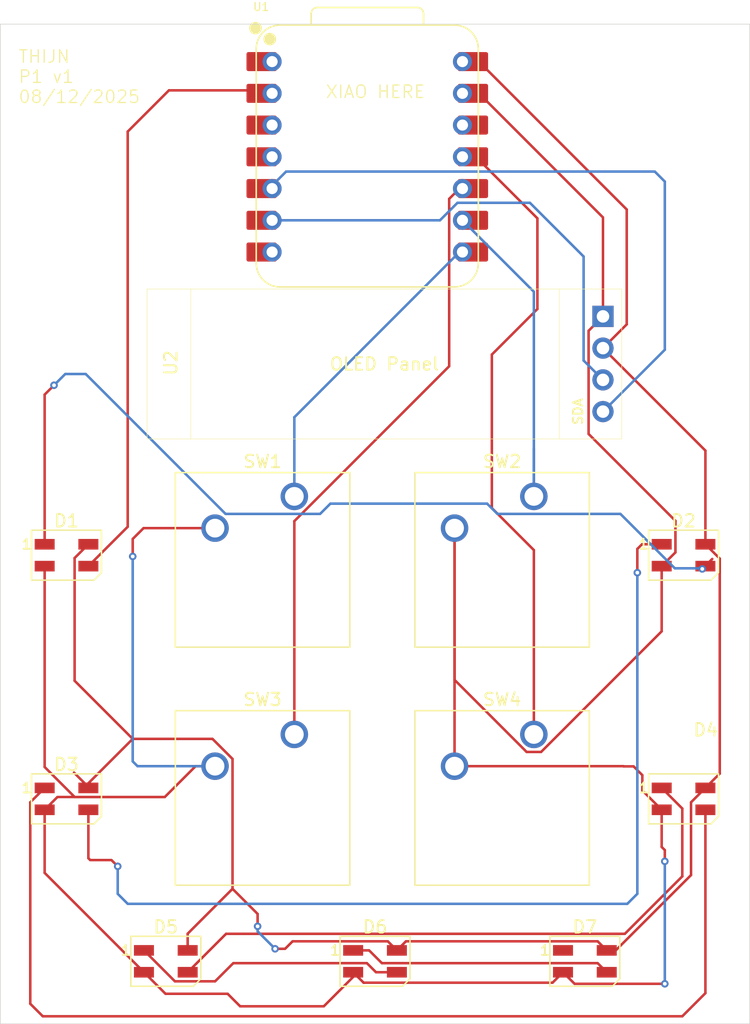
<source format=kicad_pcb>
(kicad_pcb (version 20241229) (generator "pcbnew") (generator_version "9.0")
  (layers (0 "F.Cu" signal) (2 "B.Cu" signal) (13 "F.Paste" user) (15 "B.Paste" user) (5 "F.SilkS" user "F.Silkscreen") (7 "B.SilkS" user "B.Silkscreen") (1 "F.Mask" user) (3 "B.Mask" user) (25 "Edge.Cuts" user))
  (net 0 "")
  (net 1 "GND")
  (net 2 "Net-(D1-DIN)")
  (net 3 "Net-(D1-DOUT)")
  (net 4 "+5V")
  (net 5 "Net-(D2-DOUT)")
  (net 6 "Net-(D3-DOUT)")
  (net 7 "Net-(D4-DOUT)")
  (net 8 "Net-(D5-DOUT)")
  (net 9 "Net-(D6-DOUT)")
  (net 11 "Net-(U1-GPIO1{slash}RX)")
  (net 12 "Net-(U1-GPIO2{slash}SCK)")
  (net 13 "Net-(U1-GPIO4{slash}MISO)")
  (net 14 "Net-(U1-GPIO3{slash}MOSI)")
  (net 15 "Net-(U1-GPIO7{slash}SCL)")
  (net 16 "Net-(U1-GPIO0{slash}TX)")
  (net 17 "Net-(U1-GPIO26{slash}ADC0{slash}A0)")
  (net 21 "Net-(U1-GPIO6{slash}SDA)")
  (footprint "LED_SMD:LED_SK6812MINI_PLCC4_3.5x3.5mm_P1.75mm" (layer "F.Cu") (at 154.7 142.5)
    (property "Reference" "D2" (at 0 -2.75 0) (layer "F.SilkS"))
    (property "Value" "SK6812MINI")
    (fp_line (start -2.8 -2) (end -2.8 2) (stroke (width 0.12)) (layer "F.SilkS"))
    (fp_line (start -2.8 -2) (end 2.8 -2) (stroke (width 0.12)) (layer "F.SilkS"))
    (fp_line (start -2.8 2) (end 2.2 2) (stroke (width 0.12)) (layer "F.SilkS"))
    (fp_line (start 2.8 1.4) (end 2.2 2) (stroke (width 0.12)) (layer "F.SilkS"))
    (fp_line (start 2.8 1.4) (end 2.8 -2) (stroke (width 0.12)) (layer "F.SilkS"))
    (fp_text user "1" (at -3.2 -0.875 0) (layer "F.SilkS") (effects (font (size 0.8 0.8))))
    (pad "1" smd rect (at -1.75 -0.875) (size 1.6 0.85) (layers "F.Cu" "F.Mask" "F.Paste") (net 5 "Net-(D2-DOUT)"))
    (pad "2" smd rect (at -1.75 0.875) (size 1.6 0.85) (layers "F.Cu" "F.Mask" "F.Paste") (net 1 "GND"))
    (pad "3" smd rect (at 1.75 0.875) (size 1.6 0.85) (layers "F.Cu" "F.Mask" "F.Paste") (net 3 "Net-(D1-DOUT)"))
    (pad "4" smd rect (at 1.75 -0.875) (size 1.6 0.85) (layers "F.Cu" "F.Mask" "F.Paste") (net 4 "+5V"))
  )
  (footprint "Button_Switch_Keyboard:SW_Cherry_MX_1.00u_PCB" (layer "F.Cu") (at 123.54 137.795)
    (property "Reference" "SW1" (at -2.54 -2.794 0) (layer "F.SilkS"))
    (property "Value" "SW_Push")
    (fp_line (start -9.525 -1.905) (end 4.445 -1.905) (stroke (width 0.12)) (layer "F.SilkS"))
    (fp_line (start -9.525 12.065) (end -9.525 -1.905) (stroke (width 0.12)) (layer "F.SilkS"))
    (fp_line (start 4.445 -1.905) (end 4.445 12.065) (stroke (width 0.12)) (layer "F.SilkS"))
    (fp_line (start 4.445 12.065) (end -9.525 12.065) (stroke (width 0.12)) (layer "F.SilkS"))
    (pad "" np_thru_hole circle (at -7.62 5.08) (size 1.7 1.7) (drill 1.7) (layers "*.Cu" "*.Mask"))
    (pad "" np_thru_hole circle (at -2.54 5.08) (size 4 4) (drill 4) (layers "*.Cu" "*.Mask"))
    (pad "" np_thru_hole circle (at 2.54 5.08) (size 1.7 1.7) (drill 1.7) (layers "*.Cu" "*.Mask"))
    (pad "1" thru_hole circle (at 0 0) (size 2.2 2.2) (drill 1.5) (layers "*.Cu" "*.Mask") (net 11 "Net-(U1-GPIO1{slash}RX)"))
    (pad "2" thru_hole circle (at -6.35 2.54) (size 2.2 2.2) (drill 1.5) (layers "*.Cu" "*.Mask") (net 1 "GND"))
  )
  (footprint "OLED:SSD1306-0.91-OLED-4pin-128x32" (layer "F.Cu") (at 111.75 121.2)
    (property "Reference" "U2" (at 1.9 5.91 90) (layer "F.SilkS"))
    (property "Value" "SSD1306-0.91-OLED-4pin-128x32")
    (fp_line (start 0 0) (end 0 12) (stroke (width 0.04)) (layer "F.SilkS"))
    (fp_line (start 0 12) (end 38 12) (stroke (width 0.04)) (layer "F.SilkS"))
    (fp_line (start 3.5 0) (end 3.5 12) (stroke (width 0.04)) (layer "F.SilkS"))
    (fp_line (start 33 0) (end 33 12) (stroke (width 0.04)) (layer "F.SilkS"))
    (fp_line (start 38 0) (end 0 0) (stroke (width 0.04)) (layer "F.SilkS"))
    (fp_line (start 38 12) (end 38 0) (stroke (width 0.04)) (layer "F.SilkS"))
    (fp_text user "OLED Panel" (at 19 6 0) (layer "F.SilkS"))
    (fp_text user "SDA" (at 34.5 9.81 270) (layer "F.SilkS") (effects (font (size 0.75 0.75))))
    (pad "1" thru_hole rect (at 36.5 2.19) (size 1.7 1.7) (drill 1) (layers "*.Cu" "*.Mask") (net 1 "GND"))
    (pad "2" thru_hole oval (at 36.5 4.73) (size 1.7 1.7) (drill 1) (layers "*.Cu" "*.Mask") (net 4 "+5V"))
    (pad "3" thru_hole oval (at 36.5 7.27) (size 1.7 1.7) (drill 1) (layers "*.Cu" "*.Mask") (net 15 "Net-(U1-GPIO7{slash}SCL)"))
    (pad "4" thru_hole oval (at 36.5 9.81) (size 1.7 1.7) (drill 1) (layers "*.Cu" "*.Mask") (net 21 "Net-(U1-GPIO6{slash}SDA)"))
  )
  (footprint "LED_SMD:LED_SK6812MINI_PLCC4_3.5x3.5mm_P1.75mm" (layer "F.Cu") (at 146.8 175)
    (property "Reference" "D7" (at 0 -2.75 0) (layer "F.SilkS"))
    (property "Value" "SK6812MINI")
    (fp_line (start -2.8 -2) (end -2.8 2) (stroke (width 0.12)) (layer "F.SilkS"))
    (fp_line (start -2.8 -2) (end 2.8 -2) (stroke (width 0.12)) (layer "F.SilkS"))
    (fp_line (start -2.8 2) (end 2.2 2) (stroke (width 0.12)) (layer "F.SilkS"))
    (fp_line (start 2.8 1.4) (end 2.2 2) (stroke (width 0.12)) (layer "F.SilkS"))
    (fp_line (start 2.8 1.4) (end 2.8 -2) (stroke (width 0.12)) (layer "F.SilkS"))
    (fp_text user "1" (at -3.2 -0.875 0) (layer "F.SilkS") (effects (font (size 0.8 0.8))))
    (pad "1" smd rect (at -1.75 -0.875) (size 1.6 0.85) (layers "F.Cu" "F.Mask" "F.Paste"))
    (pad "2" smd rect (at -1.75 0.875) (size 1.6 0.85) (layers "F.Cu" "F.Mask" "F.Paste") (net 1 "GND"))
    (pad "3" smd rect (at 1.75 0.875) (size 1.6 0.85) (layers "F.Cu" "F.Mask" "F.Paste") (net 9 "Net-(D6-DOUT)"))
    (pad "4" smd rect (at 1.75 -0.875) (size 1.6 0.85) (layers "F.Cu" "F.Mask" "F.Paste") (net 4 "+5V"))
  )
  (footprint "LED_SMD:LED_SK6812MINI_PLCC4_3.5x3.5mm_P1.75mm" (layer "F.Cu") (at 130 175)
    (property "Reference" "D6" (at 0 -2.75 0) (layer "F.SilkS"))
    (property "Value" "SK6812MINI")
    (fp_line (start -2.8 -2) (end -2.8 2) (stroke (width 0.12)) (layer "F.SilkS"))
    (fp_line (start -2.8 -2) (end 2.8 -2) (stroke (width 0.12)) (layer "F.SilkS"))
    (fp_line (start -2.8 2) (end 2.2 2) (stroke (width 0.12)) (layer "F.SilkS"))
    (fp_line (start 2.8 1.4) (end 2.2 2) (stroke (width 0.12)) (layer "F.SilkS"))
    (fp_line (start 2.8 1.4) (end 2.8 -2) (stroke (width 0.12)) (layer "F.SilkS"))
    (fp_text user "1" (at -3.2 -0.875 0) (layer "F.SilkS") (effects (font (size 0.8 0.8))))
    (pad "1" smd rect (at -1.75 -0.875) (size 1.6 0.85) (layers "F.Cu" "F.Mask" "F.Paste") (net 9 "Net-(D6-DOUT)"))
    (pad "2" smd rect (at -1.75 0.875) (size 1.6 0.85) (layers "F.Cu" "F.Mask" "F.Paste") (net 1 "GND"))
    (pad "3" smd rect (at 1.75 0.875) (size 1.6 0.85) (layers "F.Cu" "F.Mask" "F.Paste") (net 8 "Net-(D5-DOUT)"))
    (pad "4" smd rect (at 1.75 -0.875) (size 1.6 0.85) (layers "F.Cu" "F.Mask" "F.Paste") (net 4 "+5V"))
  )
  (footprint "Button_Switch_Keyboard:SW_Cherry_MX_1.00u_PCB" (layer "F.Cu") (at 123.54 156.845)
    (property "Reference" "SW3" (at -2.54 -2.794 0) (layer "F.SilkS"))
    (property "Value" "SW_Push")
    (fp_line (start -9.525 -1.905) (end 4.445 -1.905) (stroke (width 0.12)) (layer "F.SilkS"))
    (fp_line (start -9.525 12.065) (end -9.525 -1.905) (stroke (width 0.12)) (layer "F.SilkS"))
    (fp_line (start 4.445 -1.905) (end 4.445 12.065) (stroke (width 0.12)) (layer "F.SilkS"))
    (fp_line (start 4.445 12.065) (end -9.525 12.065) (stroke (width 0.12)) (layer "F.SilkS"))
    (pad "" np_thru_hole circle (at -7.62 5.08) (size 1.7 1.7) (drill 1.7) (layers "*.Cu" "*.Mask"))
    (pad "" np_thru_hole circle (at -2.54 5.08) (size 4 4) (drill 4) (layers "*.Cu" "*.Mask"))
    (pad "" np_thru_hole circle (at 2.54 5.08) (size 1.7 1.7) (drill 1.7) (layers "*.Cu" "*.Mask"))
    (pad "1" thru_hole circle (at 0 0) (size 2.2 2.2) (drill 1.5) (layers "*.Cu" "*.Mask") (net 13 "Net-(U1-GPIO4{slash}MISO)"))
    (pad "2" thru_hole circle (at -6.35 2.54) (size 2.2 2.2) (drill 1.5) (layers "*.Cu" "*.Mask") (net 1 "GND"))
  )
  (footprint "LED_SMD:LED_SK6812MINI_PLCC4_3.5x3.5mm_P1.75mm" (layer "F.Cu") (at 154.7 162)
    (property "Reference" "D4" (at 1.78125 -5.51875 0) (layer "F.SilkS"))
    (property "Value" "SK6812MINI")
    (fp_line (start -2.8 -2) (end -2.8 2) (stroke (width 0.12)) (layer "F.SilkS"))
    (fp_line (start -2.8 -2) (end 2.8 -2) (stroke (width 0.12)) (layer "F.SilkS"))
    (fp_line (start -2.8 2) (end 2.2 2) (stroke (width 0.12)) (layer "F.SilkS"))
    (fp_line (start 2.8 1.4) (end 2.2 2) (stroke (width 0.12)) (layer "F.SilkS"))
    (fp_line (start 2.8 1.4) (end 2.8 -2) (stroke (width 0.12)) (layer "F.SilkS"))
    (fp_text user "1" (at -3.2 -0.875 0) (layer "F.SilkS") (effects (font (size 0.8 0.8))))
    (pad "1" smd rect (at -1.75 -0.875) (size 1.6 0.85) (layers "F.Cu" "F.Mask" "F.Paste") (net 7 "Net-(D4-DOUT)"))
    (pad "2" smd rect (at -1.75 0.875) (size 1.6 0.85) (layers "F.Cu" "F.Mask" "F.Paste") (net 1 "GND"))
    (pad "3" smd rect (at 1.75 0.875) (size 1.6 0.85) (layers "F.Cu" "F.Mask" "F.Paste") (net 6 "Net-(D3-DOUT)"))
    (pad "4" smd rect (at 1.75 -0.875) (size 1.6 0.85) (layers "F.Cu" "F.Mask" "F.Paste") (net 4 "+5V"))
  )
  (footprint "LED_SMD:LED_SK6812MINI_PLCC4_3.5x3.5mm_P1.75mm" (layer "F.Cu") (at 113.25 175)
    (property "Reference" "D5" (at 0 -2.75 0) (layer "F.SilkS"))
    (property "Value" "SK6812MINI")
    (fp_line (start -2.8 -2) (end -2.8 2) (stroke (width 0.12)) (layer "F.SilkS"))
    (fp_line (start -2.8 -2) (end 2.8 -2) (stroke (width 0.12)) (layer "F.SilkS"))
    (fp_line (start -2.8 2) (end 2.2 2) (stroke (width 0.12)) (layer "F.SilkS"))
    (fp_line (start 2.8 1.4) (end 2.2 2) (stroke (width 0.12)) (layer "F.SilkS"))
    (fp_line (start 2.8 1.4) (end 2.8 -2) (stroke (width 0.12)) (layer "F.SilkS"))
    (fp_text user "1" (at -3.2 -0.875 0) (layer "F.SilkS") (effects (font (size 0.8 0.8))))
    (pad "1" smd rect (at -1.75 -0.875) (size 1.6 0.85) (layers "F.Cu" "F.Mask" "F.Paste") (net 8 "Net-(D5-DOUT)"))
    (pad "2" smd rect (at -1.75 0.875) (size 1.6 0.85) (layers "F.Cu" "F.Mask" "F.Paste") (net 1 "GND"))
    (pad "3" smd rect (at 1.75 0.875) (size 1.6 0.85) (layers "F.Cu" "F.Mask" "F.Paste") (net 7 "Net-(D4-DOUT)"))
    (pad "4" smd rect (at 1.75 -0.875) (size 1.6 0.85) (layers "F.Cu" "F.Mask" "F.Paste") (net 4 "+5V"))
  )
  (footprint "LED_SMD:LED_SK6812MINI_PLCC4_3.5x3.5mm_P1.75mm" (layer "F.Cu") (at 105.3 142.5)
    (property "Reference" "D1" (at 0 -2.75 0) (layer "F.SilkS"))
    (property "Value" "SK6812MINI")
    (fp_line (start -2.8 -2) (end -2.8 2) (stroke (width 0.12)) (layer "F.SilkS"))
    (fp_line (start -2.8 -2) (end 2.8 -2) (stroke (width 0.12)) (layer "F.SilkS"))
    (fp_line (start -2.8 2) (end 2.2 2) (stroke (width 0.12)) (layer "F.SilkS"))
    (fp_line (start 2.8 1.4) (end 2.2 2) (stroke (width 0.12)) (layer "F.SilkS"))
    (fp_line (start 2.8 1.4) (end 2.8 -2) (stroke (width 0.12)) (layer "F.SilkS"))
    (fp_text user "1" (at -3.2 -0.875 0) (layer "F.SilkS") (effects (font (size 0.8 0.8))))
    (pad "1" smd rect (at -1.75 -0.875) (size 1.6 0.85) (layers "F.Cu" "F.Mask" "F.Paste") (net 3 "Net-(D1-DOUT)"))
    (pad "2" smd rect (at -1.75 0.875) (size 1.6 0.85) (layers "F.Cu" "F.Mask" "F.Paste") (net 1 "GND"))
    (pad "3" smd rect (at 1.75 0.875) (size 1.6 0.85) (layers "F.Cu" "F.Mask" "F.Paste") (net 2 "Net-(D1-DIN)"))
    (pad "4" smd rect (at 1.75 -0.875) (size 1.6 0.85) (layers "F.Cu" "F.Mask" "F.Paste") (net 4 "+5V"))
  )
  (footprint "XIAO-RP2040-DIP:XIAO-RP2040-DIP" (layer "F.Cu") (at 129.38 110.62)
    (property "Reference" "U1" (at -8.5 -12 0) (layer "F.SilkS") (effects (font (size 0.635 0.635) (thickness 0.1016))))
    (property "Value" "XIAO-RP2040-DIP")
    (fp_line (start -8.89 8.509) (end -8.89 -8.636) (stroke (width 0.127)) (layer "F.SilkS"))
    (fp_line (start -6.985 10.414) (end 6.985 10.414) (stroke (width 0.127)) (layer "F.SilkS"))
    (fp_line (start -4.495 -10.541) (end -4.491272 -11.451272) (stroke (width 0.127)) (layer "F.SilkS"))
    (fp_line (start -3.991272 -11.951) (end 4.004 -11.951) (stroke (width 0.127)) (layer "F.SilkS"))
    (fp_line (start 4.504 -11.451) (end 4.504 -10.541) (stroke (width 0.127)) (layer "F.SilkS"))
    (fp_line (start 6.985 -10.541) (end -6.985 -10.541) (stroke (width 0.1)) (layer "F.SilkS"))
    (fp_line (start 6.985 -10.541) (end -6.985 -10.541) (stroke (width 0.127)) (layer "F.SilkS"))
    (fp_line (start 8.89 8.509) (end 8.89 -8.636) (stroke (width 0.127)) (layer "F.SilkS"))
    (fp_arc (start -8.89 -8.636) (mid -8.332038 -9.983038) (end -6.985 -10.541) (stroke (width 0.127)) (layer "F.SilkS"))
    (fp_arc (start -6.985 10.414) (mid -8.332038 9.856038) (end -8.89 8.509) (stroke (width 0.127)) (layer "F.SilkS"))
    (fp_arc (start -4.491272 -11.451272) (mid -4.344724 -11.804644) (end -3.991272 -11.951) (stroke (width 0.127)) (layer "F.SilkS"))
    (fp_arc (start 4.004 -11.951) (mid 4.357553 -11.804553) (end 4.504 -11.451) (stroke (width 0.127)) (layer "F.SilkS"))
    (fp_arc (start 6.985 -10.541) (mid 8.332038 -9.983038) (end 8.89 -8.636) (stroke (width 0.127)) (layer "F.SilkS"))
    (fp_arc (start 8.89 8.509) (mid 8.332038 9.856038) (end 6.985 10.414) (stroke (width 0.127)) (layer "F.SilkS"))
    (fp_circle (center -8.95 -10.3) (end -8.95 -10.554) (stroke (width 0.5)) (fill yes) (layer "F.SilkS"))
    (fp_circle (center -7.807 -9.42) (end -7.807 -9.674) (stroke (width 0.5)) (fill yes) (layer "F.SilkS"))
    (pad "1" smd roundrect (at -8.455 -7.62 180) (size 2.432 1.524) (layers "F.Cu" "F.Mask") (roundrect_rratio 0.1) (net 17 "Net-(U1-GPIO26{slash}ADC0{slash}A0)"))
    (pad "1" thru_hole circle (at -7.62 -7.62 180) (size 1.524 1.524) (drill 0.889) (layers "*.Cu" "*.Mask") (net 17 "Net-(U1-GPIO26{slash}ADC0{slash}A0)"))
    (pad "2" smd roundrect (at -8.455 -5.08 180) (size 2.432 1.524) (layers "F.Cu" "F.Mask") (roundrect_rratio 0.1) (net 2 "Net-(D1-DIN)"))
    (pad "2" thru_hole circle (at -7.62 -5.08 180) (size 1.524 1.524) (drill 0.889) (layers "*.Cu" "*.Mask") (net 2 "Net-(D1-DIN)"))
    (pad "3" smd roundrect (at -8.455 -2.54 180) (size 2.432 1.524) (layers "F.Cu" "F.Mask") (roundrect_rratio 0.1))
    (pad "3" thru_hole circle (at -7.62 -2.54 180) (size 1.524 1.524) (drill 0.889) (layers "*.Cu" "*.Mask"))
    (pad "4" smd roundrect (at -8.455 0 180) (size 2.432 1.524) (layers "F.Cu" "F.Mask") (roundrect_rratio 0.1))
    (pad "4" thru_hole circle (at -7.62 0 180) (size 1.524 1.524) (drill 0.889) (layers "*.Cu" "*.Mask"))
    (pad "5" smd roundrect (at -8.455 2.54 180) (size 2.432 1.524) (layers "F.Cu" "F.Mask") (roundrect_rratio 0.1) (net 21 "Net-(U1-GPIO6{slash}SDA)"))
    (pad "5" thru_hole circle (at -7.62 2.54 180) (size 1.524 1.524) (drill 0.889) (layers "*.Cu" "*.Mask") (net 21 "Net-(U1-GPIO6{slash}SDA)"))
    (pad "6" smd roundrect (at -8.455 5.08 180) (size 2.432 1.524) (layers "F.Cu" "F.Mask") (roundrect_rratio 0.1) (net 15 "Net-(U1-GPIO7{slash}SCL)"))
    (pad "6" thru_hole circle (at -7.62 5.08 180) (size 1.524 1.524) (drill 0.889) (layers "*.Cu" "*.Mask") (net 15 "Net-(U1-GPIO7{slash}SCL)"))
    (pad "7" smd roundrect (at -8.455 7.62 180) (size 2.432 1.524) (layers "F.Cu" "F.Mask") (roundrect_rratio 0.1) (net 16 "Net-(U1-GPIO0{slash}TX)"))
    (pad "7" thru_hole circle (at -7.62 7.62 180) (size 1.524 1.524) (drill 0.889) (layers "*.Cu" "*.Mask") (net 16 "Net-(U1-GPIO0{slash}TX)"))
    (pad "8" thru_hole circle (at 7.62 7.62) (size 1.524 1.524) (drill 0.889) (layers "*.Cu" "*.Mask") (net 11 "Net-(U1-GPIO1{slash}RX)"))
    (pad "8" smd roundrect (at 8.455 7.62) (size 2.432 1.524) (layers "F.Cu" "F.Mask") (roundrect_rratio 0.1) (net 11 "Net-(U1-GPIO1{slash}RX)"))
    (pad "9" thru_hole circle (at 7.62 5.08) (size 1.524 1.524) (drill 0.889) (layers "*.Cu" "*.Mask") (net 12 "Net-(U1-GPIO2{slash}SCK)"))
    (pad "9" smd roundrect (at 8.455 5.08) (size 2.432 1.524) (layers "F.Cu" "F.Mask") (roundrect_rratio 0.1) (net 12 "Net-(U1-GPIO2{slash}SCK)"))
    (pad "10" thru_hole circle (at 7.62 2.54) (size 1.524 1.524) (drill 0.889) (layers "*.Cu" "*.Mask") (net 13 "Net-(U1-GPIO4{slash}MISO)"))
    (pad "10" smd roundrect (at 8.455 2.54) (size 2.432 1.524) (layers "F.Cu" "F.Mask") (roundrect_rratio 0.1) (net 13 "Net-(U1-GPIO4{slash}MISO)"))
    (pad "11" thru_hole circle (at 7.62 0) (size 1.524 1.524) (drill 0.889) (layers "*.Cu" "*.Mask") (net 14 "Net-(U1-GPIO3{slash}MOSI)"))
    (pad "11" smd roundrect (at 8.455 0) (size 2.432 1.524) (layers "F.Cu" "F.Mask") (roundrect_rratio 0.1) (net 14 "Net-(U1-GPIO3{slash}MOSI)"))
    (pad "12" thru_hole circle (at 7.62 -2.54) (size 1.524 1.524) (drill 0.889) (layers "*.Cu" "*.Mask"))
    (pad "12" smd roundrect (at 8.455 -2.54) (size 2.432 1.524) (layers "F.Cu" "F.Mask") (roundrect_rratio 0.1))
    (pad "13" thru_hole circle (at 7.62 -5.08) (size 1.524 1.524) (drill 0.889) (layers "*.Cu" "*.Mask") (net 1 "GND"))
    (pad "13" smd roundrect (at 8.455 -5.08) (size 2.432 1.524) (layers "F.Cu" "F.Mask") (roundrect_rratio 0.1) (net 1 "GND"))
    (pad "14" thru_hole circle (at 7.62 -7.62) (size 1.524 1.524) (drill 0.889) (layers "*.Cu" "*.Mask") (net 4 "+5V"))
    (pad "14" smd roundrect (at 8.455 -7.62) (size 2.432 1.524) (layers "F.Cu" "F.Mask") (roundrect_rratio 0.1) (net 4 "+5V"))
  )
  (footprint "Button_Switch_Keyboard:SW_Cherry_MX_1.00u_PCB" (layer "F.Cu") (at 142.71625 156.845)
    (property "Reference" "SW4" (at -2.54 -2.794 0) (layer "F.SilkS"))
    (property "Value" "SW_Push")
    (fp_line (start -9.525 -1.905) (end 4.445 -1.905) (stroke (width 0.12)) (layer "F.SilkS"))
    (fp_line (start -9.525 12.065) (end -9.525 -1.905) (stroke (width 0.12)) (layer "F.SilkS"))
    (fp_line (start 4.445 -1.905) (end 4.445 12.065) (stroke (width 0.12)) (layer "F.SilkS"))
    (fp_line (start 4.445 12.065) (end -9.525 12.065) (stroke (width 0.12)) (layer "F.SilkS"))
    (pad "" np_thru_hole circle (at -7.62 5.08) (size 1.7 1.7) (drill 1.7) (layers "*.Cu" "*.Mask"))
    (pad "" np_thru_hole circle (at -2.54 5.08) (size 4 4) (drill 4) (layers "*.Cu" "*.Mask"))
    (pad "" np_thru_hole circle (at 2.54 5.08) (size 1.7 1.7) (drill 1.7) (layers "*.Cu" "*.Mask"))
    (pad "1" thru_hole circle (at 0 0) (size 2.2 2.2) (drill 1.5) (layers "*.Cu" "*.Mask") (net 14 "Net-(U1-GPIO3{slash}MOSI)"))
    (pad "2" thru_hole circle (at -6.35 2.54) (size 2.2 2.2) (drill 1.5) (layers "*.Cu" "*.Mask") (net 1 "GND"))
  )
  (footprint "LED_SMD:LED_SK6812MINI_PLCC4_3.5x3.5mm_P1.75mm" (layer "F.Cu") (at 105.3 162)
    (property "Reference" "D3" (at 0 -2.75 0) (layer "F.SilkS"))
    (property "Value" "SK6812MINI")
    (fp_line (start -2.8 -2) (end -2.8 2) (stroke (width 0.12)) (layer "F.SilkS"))
    (fp_line (start -2.8 -2) (end 2.8 -2) (stroke (width 0.12)) (layer "F.SilkS"))
    (fp_line (start -2.8 2) (end 2.2 2) (stroke (width 0.12)) (layer "F.SilkS"))
    (fp_line (start 2.8 1.4) (end 2.2 2) (stroke (width 0.12)) (layer "F.SilkS"))
    (fp_line (start 2.8 1.4) (end 2.8 -2) (stroke (width 0.12)) (layer "F.SilkS"))
    (fp_text user "1" (at -3.2 -0.875 0) (layer "F.SilkS") (effects (font (size 0.8 0.8))))
    (pad "1" smd rect (at -1.75 -0.875) (size 1.6 0.85) (layers "F.Cu" "F.Mask" "F.Paste") (net 6 "Net-(D3-DOUT)"))
    (pad "2" smd rect (at -1.75 0.875) (size 1.6 0.85) (layers "F.Cu" "F.Mask" "F.Paste") (net 1 "GND"))
    (pad "3" smd rect (at 1.75 0.875) (size 1.6 0.85) (layers "F.Cu" "F.Mask" "F.Paste") (net 5 "Net-(D2-DOUT)"))
    (pad "4" smd rect (at 1.75 -0.875) (size 1.6 0.85) (layers "F.Cu" "F.Mask" "F.Paste") (net 4 "+5V"))
  )
  (footprint "Button_Switch_Keyboard:SW_Cherry_MX_1.00u_PCB" (layer "F.Cu") (at 142.71625 137.795)
    (property "Reference" "SW2" (at -2.54 -2.794 0) (layer "F.SilkS"))
    (property "Value" "SW_Push")
    (fp_line (start -9.525 -1.905) (end 4.445 -1.905) (stroke (width 0.12)) (layer "F.SilkS"))
    (fp_line (start -9.525 12.065) (end -9.525 -1.905) (stroke (width 0.12)) (layer "F.SilkS"))
    (fp_line (start 4.445 -1.905) (end 4.445 12.065) (stroke (width 0.12)) (layer "F.SilkS"))
    (fp_line (start 4.445 12.065) (end -9.525 12.065) (stroke (width 0.12)) (layer "F.SilkS"))
    (pad "" np_thru_hole circle (at -7.62 5.08) (size 1.7 1.7) (drill 1.7) (layers "*.Cu" "*.Mask"))
    (pad "" np_thru_hole circle (at -2.54 5.08) (size 4 4) (drill 4) (layers "*.Cu" "*.Mask"))
    (pad "" np_thru_hole circle (at 2.54 5.08) (size 1.7 1.7) (drill 1.7) (layers "*.Cu" "*.Mask"))
    (pad "1" thru_hole circle (at 0 0) (size 2.2 2.2) (drill 1.5) (layers "*.Cu" "*.Mask") (net 12 "Net-(U1-GPIO2{slash}SCK)"))
    (pad "2" thru_hole circle (at -6.35 2.54) (size 2.2 2.2) (drill 1.5) (layers "*.Cu" "*.Mask") (net 1 "GND"))
  )
  (gr_rect (start 100 100) (end 160 180) (stroke (width 0.05)) (fill no) (layer "Edge.Cuts"))
  (gr_text "THIJN\nP1 v1\n08/12/2025" (at 101.4 106.4 0) (layer "F.SilkS") (effects (font (size 1 1) (thickness 0.1)) (justify left bottom)))
  (gr_text "XIAO HERE" (at 126 106 0) (layer "F.SilkS") (effects (font (size 1 1) (thickness 0.1)) (justify left bottom)))
  (segment (start 110.6 141.2) (end 111.465 140.335) (width 0.2) (layer "F.Cu") (net 1))
  (segment (start 147.099 124.541) (end 148.25 123.39) (width 0.2) (layer "F.Cu") (net 1))
  (segment (start 149.9 159.4) (end 150.7 159.4) (width 0.2) (layer "F.Cu") (net 1))
  (segment (start 147.099 132.799) (end 147.099 124.541) (width 0.2) (layer "F.Cu") (net 1))
  (segment (start 128.25 176.25) (end 125.9 178.6) (width 0.2) (layer "F.Cu") (net 1))
  (segment (start 128.25 175.875) (end 129.0875 176.7125) (width 0.2) (layer "F.Cu") (net 1))
  (segment (start 148.25 115.47237) (end 138.07763 105.3) (width 0.2) (layer "F.Cu") (net 1))
  (segment (start 103.55 159.452) (end 105.949 161.851) (width 0.2) (layer "F.Cu") (net 1))
  (segment (start 104.574 161.851) (end 113.168366 161.851) (width 0.2) (layer "F.Cu") (net 1))
  (segment (start 151.4 161.325) (end 152.95 162.875) (width 0.2) (layer "F.Cu") (net 1))
  (segment (start 152.95 143.375) (end 154.051 142.274) (width 0.2) (layer "F.Cu") (net 1))
  (segment (start 150.7 159.4) (end 151.4 160.1) (width 0.2) (layer "F.Cu") (net 1))
  (segment (start 105.949 161.851) (end 113.168366 161.851) (width 0.2) (layer "F.Cu") (net 1))
  (segment (start 145.05 175.875) (end 145.975 176.8) (width 0.2) (layer "F.Cu") (net 1))
  (segment (start 148.25 123.39) (end 148.25 115.47237) (width 0.2) (layer "F.Cu") (net 1))
  (segment (start 153.2 167) (end 153.2 166.1) (width 0.2) (layer "F.Cu") (net 1))
  (segment (start 145.05 175.875) (end 144.2125 176.7125) (width 0.2) (layer "F.Cu") (net 1))
  (segment (start 143.296564 158.246) (end 152.95 148.592564) (width 0.2) (layer "F.Cu") (net 1))
  (segment (start 151.4 160.1) (end 151.4 161.325) (width 0.2) (layer "F.Cu") (net 1))
  (segment (start 113.225 177.6) (end 111.5 175.875) (width 0.2) (layer "F.Cu") (net 1))
  (segment (start 103.55 162.875) (end 104.574 161.851) (width 0.2) (layer "F.Cu") (net 1))
  (segment (start 145.975 176.8) (end 153.2 176.8) (width 0.2) (layer "F.Cu") (net 1))
  (segment (start 103.55 167.925) (end 103.55 162.875) (width 0.2) (layer "F.Cu") (net 1))
  (segment (start 144.2125 176.7125) (end 129.0875 176.7125) (width 0.2) (layer "F.Cu") (net 1))
  (segment (start 118.2 177.6) (end 113.225 177.6) (width 0.2) (layer "F.Cu") (net 1))
  (segment (start 142.135936 158.246) (end 143.296564 158.246) (width 0.2) (layer "F.Cu") (net 1))
  (segment (start 153.2 166.1) (end 152.95 165.85) (width 0.2) (layer "F.Cu") (net 1))
  (segment (start 152.95 165.85) (end 152.95 162.875) (width 0.2) (layer "F.Cu") (net 1))
  (segment (start 113.168366 161.851) (end 115.634366 159.385) (width 0.2) (layer "F.Cu") (net 1))
  (segment (start 110.6 142.6) (end 110.6 141.2) (width 0.2) (layer "F.Cu") (net 1))
  (segment (start 149.885 159.385) (end 149.9 159.4) (width 0.2) (layer "F.Cu") (net 1))
  (segment (start 154.051 142.274) (end 154.051 139.751) (width 0.2) (layer "F.Cu") (net 1))
  (segment (start 103.55 143.375) (end 103.55 159.452) (width 0.2) (layer "F.Cu") (net 1))
  (segment (start 136.36625 159.385) (end 149.885 159.385) (width 0.2) (layer "F.Cu") (net 1))
  (segment (start 128.25 175.875) (end 128.25 176.25) (width 0.2) (layer "F.Cu") (net 1))
  (segment (start 125.9 178.6) (end 119.2 178.6) (width 0.2) (layer "F.Cu") (net 1))
  (segment (start 136.36625 159.385) (end 136.36625 140.335) (width 0.2) (layer "F.Cu") (net 1))
  (segment (start 111.5 175.875) (end 103.55 167.925) (width 0.2) (layer "F.Cu") (net 1))
  (segment (start 136.36625 140.335) (end 136.36625 152.476314) (width 0.2) (layer "F.Cu") (net 1))
  (segment (start 136.36625 152.476314) (end 142.135936 158.246) (width 0.2) (layer "F.Cu") (net 1))
  (segment (start 154.051 139.751) (end 147.099 132.799) (width 0.2) (layer "F.Cu") (net 1))
  (segment (start 138.07763 105.3) (end 137 105.3) (width 0.2) (layer "F.Cu") (net 1))
  (segment (start 152.95 143.375) (end 152.95 148.592564) (width 0.2) (layer "F.Cu") (net 1))
  (segment (start 111.465 140.335) (end 117.19 140.335) (width 0.2) (layer "F.Cu") (net 1))
  (segment (start 115.634366 159.385) (end 117.19 159.385) (width 0.2) (layer "F.Cu") (net 1))
  (segment (start 119.2 178.6) (end 118.2 177.6) (width 0.2) (layer "F.Cu") (net 1))
  (segment (start 129.0875 176.7125) (end 129.101 176.726) (width 0.2) (layer "F.Cu") (net 1))
  (via (at 110.6 142.6) (size 0.6) (drill 0.3) (layers "F.Cu" "B.Cu") (net 1))
  (via (at 153.2 176.8) (size 0.6) (drill 0.3) (layers "F.Cu" "B.Cu") (net 1))
  (via (at 153.2 167) (size 0.6) (drill 0.3) (layers "F.Cu" "B.Cu") (net 1))
  (segment (start 153.2 176.8) (end 153.2 167) (width 0.2) (layer "B.Cu") (net 1))
  (segment (start 110.6 142.6) (end 110.6 159) (width 0.2) (layer "B.Cu") (net 1))
  (segment (start 110.985 159.385) (end 117.19 159.385) (width 0.2) (layer "B.Cu") (net 1))
  (segment (start 110.6 159) (end 110.985 159.385) (width 0.2) (layer "B.Cu") (net 1))
  (segment (start 120.925 105.3) (end 113.5 105.3) (width 0.2) (layer "F.Cu") (net 2))
  (segment (start 113.5 105.3) (end 110.2 108.6) (width 0.2) (layer "F.Cu") (net 2))
  (segment (start 110.2 140.225) (end 110.2 108.6) (width 0.2) (layer "F.Cu") (net 2))
  (segment (start 107.05 143.375) (end 110.2 140.225) (width 0.2) (layer "F.Cu") (net 2))
  (segment (start 103.55 141.625) (end 103.55 129.65) (width 0.2) (layer "F.Cu") (net 3))
  (segment (start 103.55 129.65) (end 104.3 128.9) (width 0.2) (layer "F.Cu") (net 3))
  (segment (start 156.2 143.6) (end 157 142.8) (width 0.2) (layer "F.Cu") (net 3))
  (via (at 104.3 128.9) (size 0.6) (drill 0.3) (layers "F.Cu" "B.Cu") (net 3))
  (via (at 156.2 143.6) (size 0.6) (drill 0.3) (layers "F.Cu" "B.Cu") (net 3))
  (segment (start 125.604 139.196) (end 126.424686 138.375314) (width 0.2) (layer "B.Cu") (net 3))
  (segment (start 139.796 139.196) (end 149.645943 139.196) (width 0.2) (layer "B.Cu") (net 3))
  (segment (start 154 143.550057) (end 156.150057 143.550057) (width 0.2) (layer "B.Cu") (net 3))
  (segment (start 105.2 128) (end 106.836314 128) (width 0.2) (layer "B.Cu") (net 3))
  (segment (start 118.032314 139.196) (end 125.604 139.196) (width 0.2) (layer "B.Cu") (net 3))
  (segment (start 104.3 128.9) (end 105.2 128) (width 0.2) (layer "B.Cu") (net 3))
  (segment (start 156.150057 143.550057) (end 156.2 143.6) (width 0.2) (layer "B.Cu") (net 3))
  (segment (start 138.975314 138.375314) (end 139.796 139.196) (width 0.2) (layer "B.Cu") (net 3))
  (segment (start 126.424686 138.375314) (end 138.975314 138.375314) (width 0.2) (layer "B.Cu") (net 3))
  (segment (start 106.836314 128) (end 118.032314 139.196) (width 0.2) (layer "B.Cu") (net 3))
  (segment (start 149.645943 139.196) (end 154 143.550057) (width 0.2) (layer "B.Cu") (net 3))
  (segment (start 157.6 142.775) (end 156.45 141.625) (width 0.2) (layer "F.Cu") (net 4))
  (segment (start 147.824 173.399) (end 132.476 173.399) (width 0.2) (layer "F.Cu") (net 4))
  (segment (start 148.25 125.93) (end 150.151 124.029) (width 0.2) (layer "F.Cu") (net 4))
  (segment (start 150.151 124.029) (end 150.151 114.83337) (width 0.2) (layer "F.Cu") (net 4))
  (segment (start 131.024 173.399) (end 123.401 173.399) (width 0.2) (layer "F.Cu") (net 4))
  (segment (start 131.75 174.125) (end 131.024 173.399) (width 0.2) (layer "F.Cu") (net 4))
  (segment (start 148.55 174.125) (end 149.275 174.125) (width 0.2) (layer "F.Cu") (net 4))
  (segment (start 110.6 157.2) (end 107.05 160.75) (width 0.2) (layer "F.Cu") (net 4))
  (segment (start 105.949 142.726) (end 105.949 152.549) (width 0.2) (layer "F.Cu") (net 4))
  (segment (start 156.45 161.125) (end 157.6 159.975) (width 0.2) (layer "F.Cu") (net 4))
  (segment (start 132.476 173.399) (end 131.75 174.125) (width 0.2) (layer "F.Cu") (net 4))
  (segment (start 123.401 173.399) (end 122.8 174) (width 0.2) (layer "F.Cu") (net 4))
  (segment (start 120.6 172.2) (end 120.391 172.2) (width 0.2) (layer "F.Cu") (net 4))
  (segment (start 157.6 159.975) (end 157.6 142.775) (width 0.2) (layer "F.Cu") (net 4))
  (segment (start 149.275 174.125) (end 155.3 168.1) (width 0.2) (layer "F.Cu") (net 4))
  (segment (start 105.899 159.899) (end 107.05 161.05) (width 0.2) (layer "F.Cu") (net 4))
  (segment (start 115 172.791) (end 118.591 169.2) (width 0.2) (layer "F.Cu") (net 4))
  (segment (start 120.6 171.209) (end 120.6 172.2) (width 0.2) (layer "F.Cu") (net 4))
  (segment (start 157.125 161.125) (end 156.45 161.125) (width 0.2) (layer "F.Cu") (net 4))
  (segment (start 105.949 152.549) (end 110.6 157.2) (width 0.2) (layer "F.Cu") (net 4))
  (segment (start 107.05 160.75) (end 107.05 161.125) (width 0.2) (layer "F.Cu") (net 4))
  (segment (start 107.05 141.625) (end 105.949 142.726) (width 0.2) (layer "F.Cu") (net 4))
  (segment (start 155.3 162.275) (end 155.3 168.1) (width 0.2) (layer "F.Cu") (net 4))
  (segment (start 116.986314 157.2) (end 110.6 157.2) (width 0.2) (layer "F.Cu") (net 4))
  (segment (start 118.591 169.2) (end 120.6 171.209) (width 0.2) (layer "F.Cu") (net 4))
  (segment (start 148.25 125.93) (end 156.45 134.13) (width 0.2) (layer "F.Cu") (net 4))
  (segment (start 138.07763 102.76) (end 137 102.76) (width 0.2) (layer "F.Cu") (net 4))
  (segment (start 150.151 114.83337) (end 138.07763 102.76) (width 0.2) (layer "F.Cu") (net 4))
  (segment (start 118.591 158.804686) (end 116.986314 157.2) (width 0.2) (layer "F.Cu") (net 4))
  (segment (start 107.05 161.05) (end 107.05 161.125) (width 0.2) (layer "F.Cu") (net 4))
  (segment (start 118.591 169.2) (end 118.591 158.804686) (width 0.2) (layer "F.Cu") (net 4))
  (segment (start 115 174.125) (end 115 172.791) (width 0.2) (layer "F.Cu") (net 4))
  (segment (start 148.55 174.125) (end 147.824 173.399) (width 0.2) (layer "F.Cu") (net 4))
  (segment (start 156.45 134.13) (end 156.45 141.625) (width 0.2) (layer "F.Cu") (net 4))
  (segment (start 156.45 161.125) (end 155.3 162.275) (width 0.2) (layer "F.Cu") (net 4))
  (segment (start 122.8 174) (end 122 174) (width 0.2) (layer "F.Cu") (net 4))
  (via (at 122 174) (size 0.6) (drill 0.3) (layers "F.Cu" "B.Cu") (net 4))
  (via (at 120.6 172.2) (size 0.6) (drill 0.3) (layers "F.Cu" "B.Cu") (net 4))
  (segment (start 120.6 172.6) (end 120.6 172.2) (width 0.2) (layer "B.Cu") (net 4))
  (segment (start 122 174) (end 120.6 172.6) (width 0.2) (layer "B.Cu") (net 4))
  (segment (start 151.375 141.625) (end 151 142) (width 0.2) (layer "F.Cu") (net 5))
  (segment (start 107.2 166.9) (end 107.05 166.75) (width 0.2) (layer "F.Cu") (net 5))
  (segment (start 151 143.9) (end 151 142) (width 0.2) (layer "F.Cu") (net 5))
  (segment (start 152.95 141.625) (end 151.375 141.625) (width 0.2) (layer "F.Cu") (net 5))
  (segment (start 107.05 166.75) (end 107.05 162.875) (width 0.2) (layer "F.Cu") (net 5))
  (segment (start 108.9 166.9) (end 107.2 166.9) (width 0.2) (layer "F.Cu") (net 5))
  (segment (start 109.4 167.4) (end 108.9 166.9) (width 0.2) (layer "F.Cu") (net 5))
  (via (at 109.4 167.4) (size 0.6) (drill 0.3) (layers "F.Cu" "B.Cu") (net 5))
  (via (at 151 143.9) (size 0.6) (drill 0.3) (layers "F.Cu" "B.Cu") (net 5))
  (segment (start 151 169.6) (end 150.2 170.4) (width 0.2) (layer "B.Cu") (net 5))
  (segment (start 109.4 169.6) (end 109.4 167.4) (width 0.2) (layer "B.Cu") (net 5))
  (segment (start 110.2 170.4) (end 109.4 169.6) (width 0.2) (layer "B.Cu") (net 5))
  (segment (start 151 143.9) (end 151 169.6) (width 0.2) (layer "B.Cu") (net 5))
  (segment (start 150.2 170.4) (end 110.2 170.4) (width 0.2) (layer "B.Cu") (net 5))
  (segment (start 102.399 162.276) (end 103.55 161.125) (width 0.2) (layer "F.Cu") (net 6))
  (segment (start 102.399 178.399) (end 102.399 162.276) (width 0.2) (layer "F.Cu") (net 6))
  (segment (start 103.399 179.399) (end 102.399 178.399) (width 0.2) (layer "F.Cu") (net 6))
  (segment (start 156.45 162.875) (end 156.45 177.549) (width 0.2) (layer "F.Cu") (net 6))
  (segment (start 156.45 177.549) (end 154.6 179.399) (width 0.2) (layer "F.Cu") (net 6))
  (segment (start 154.6 179.399) (end 103.399 179.399) (width 0.2) (layer "F.Cu") (net 6))
  (segment (start 152.95 161.125) (end 154.6 162.775) (width 0.2) (layer "F.Cu") (net 7))
  (segment (start 118.075 172.8) (end 115 175.875) (width 0.2) (layer "F.Cu") (net 7))
  (segment (start 154.6 168.2) (end 150 172.8) (width 0.2) (layer "F.Cu") (net 7))
  (segment (start 150 172.8) (end 118.075 172.8) (width 0.2) (layer "F.Cu") (net 7))
  (segment (start 154.601 168.199) (end 154.6 168.2) (width 0.2) (layer "F.Cu") (net 7))
  (segment (start 154.6 162.775) (end 154.6 168.2) (width 0.2) (layer "F.Cu") (net 7))
  (segment (start 129.351 175.149) (end 118.651 175.149) (width 0.2) (layer "F.Cu") (net 8))
  (segment (start 131.75 175.875) (end 130.077 175.875) (width 0.2) (layer "F.Cu") (net 8))
  (segment (start 118.651 175.149) (end 117.199 176.601) (width 0.2) (layer "F.Cu") (net 8))
  (segment (start 117.199 176.601) (end 113.976 176.601) (width 0.2) (layer "F.Cu") (net 8))
  (segment (start 113.976 176.601) (end 111.5 174.125) (width 0.2) (layer "F.Cu") (net 8))
  (segment (start 130.077 175.875) (end 129.351 175.149) (width 0.2) (layer "F.Cu") (net 8))
  (segment (start 129.525 174.125) (end 128.25 174.125) (width 0.2) (layer "F.Cu") (net 9))
  (segment (start 147.824 175.149) (end 130.549 175.149) (width 0.2) (layer "F.Cu") (net 9))
  (segment (start 148.55 175.875) (end 147.824 175.149) (width 0.2) (layer "F.Cu") (net 9))
  (segment (start 130.549 175.149) (end 129.525 174.125) (width 0.2) (layer "F.Cu") (net 9))
  (segment (start 123.54 131.46) (end 137 118) (width 0.2) (layer "B.Cu") (net 11))
  (segment (start 123.54 137.795) (end 123.54 131.46) (width 0.2) (layer "B.Cu") (net 11))
  (segment (start 142.71625 137.795) (end 142.71625 121.41625) (width 0.2) (layer "B.Cu") (net 12))
  (segment (start 142.71625 121.41625) (end 137 115.7) (width 0.2) (layer "B.Cu") (net 12))
  (segment (start 142.71625 137.795) (end 142.71625 133.95799) (width 0.2) (layer "B.Cu") (net 12))
  (segment (start 135.937 113.983) (end 137 112.92) (width 0.2) (layer "F.Cu") (net 13))
  (segment (start 123.54 139.776314) (end 135.937 127.379314) (width 0.2) (layer "F.Cu") (net 13))
  (segment (start 123.54 156.845) (end 123.54 139.776314) (width 0.2) (layer "F.Cu") (net 13))
  (segment (start 135.937 127.379314) (end 135.937 113.983) (width 0.2) (layer "F.Cu") (net 13))
  (segment (start 139.352 126.448) (end 143 122.8) (width 0.2) (layer "F.Cu") (net 14))
  (segment (start 143 122.8) (end 143 115.545) (width 0.2) (layer "F.Cu") (net 14))
  (segment (start 142.71625 142.090184) (end 139.352 138.725934) (width 0.2) (layer "F.Cu") (net 14))
  (segment (start 142.71625 156.845) (end 142.71625 142.090184) (width 0.2) (layer "F.Cu") (net 14))
  (segment (start 137.835 110.38) (end 137 110.38) (width 0.2) (layer "F.Cu") (net 14))
  (segment (start 139.352 138.725934) (end 139.352 126.448) (width 0.2) (layer "F.Cu") (net 14))
  (segment (start 143 115.545) (end 137.835 110.38) (width 0.2) (layer "F.Cu") (net 14))
  (segment (start 146.7 118.6) (end 142.4 114.3) (width 0.2) (layer "B.Cu") (net 15))
  (segment (start 146.7 126.92) (end 146.7 118.6) (width 0.2) (layer "B.Cu") (net 15))
  (segment (start 136.6 114.3) (end 135.2 115.7) (width 0.2) (layer "B.Cu") (net 15))
  (segment (start 142.4 114.3) (end 136.6 114.3) (width 0.2) (layer "B.Cu") (net 15))
  (segment (start 148.25 128.47) (end 146.7 126.92) (width 0.2) (layer "B.Cu") (net 15))
  (segment (start 135.2 115.7) (end 121.76 115.7) (width 0.2) (layer "B.Cu") (net 15))
  (segment (start 153.2 112.6) (end 153.2 126.06) (width 0.2) (layer "B.Cu") (net 21))
  (segment (start 121.76 112.92) (end 122.88 111.8) (width 0.2) (layer "B.Cu") (net 21))
  (segment (start 152.4 111.8) (end 153.2 112.6) (width 0.2) (layer "B.Cu") (net 21))
  (segment (start 122.88 111.8) (end 152.4 111.8) (width 0.2) (layer "B.Cu") (net 21))
  (segment (start 153.2 126.06) (end 148.25 131.01) (width 0.2) (layer "B.Cu") (net 21))
)
</source>
